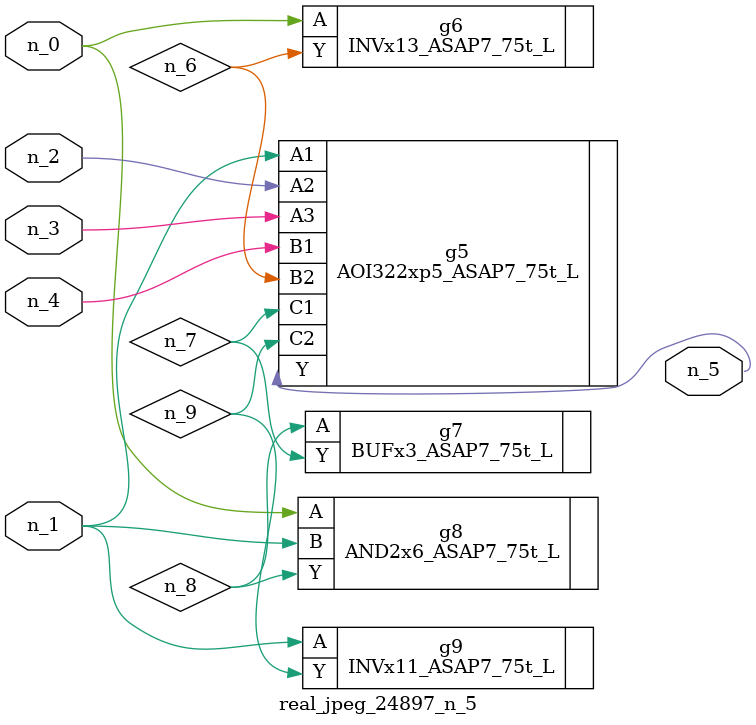
<source format=v>
module real_jpeg_24897_n_5 (n_4, n_0, n_1, n_2, n_3, n_5);

input n_4;
input n_0;
input n_1;
input n_2;
input n_3;

output n_5;

wire n_8;
wire n_6;
wire n_7;
wire n_9;

INVx13_ASAP7_75t_L g6 ( 
.A(n_0),
.Y(n_6)
);

AND2x6_ASAP7_75t_L g8 ( 
.A(n_0),
.B(n_1),
.Y(n_8)
);

AOI322xp5_ASAP7_75t_L g5 ( 
.A1(n_1),
.A2(n_2),
.A3(n_3),
.B1(n_4),
.B2(n_6),
.C1(n_7),
.C2(n_9),
.Y(n_5)
);

INVx11_ASAP7_75t_L g9 ( 
.A(n_1),
.Y(n_9)
);

BUFx3_ASAP7_75t_L g7 ( 
.A(n_8),
.Y(n_7)
);


endmodule
</source>
